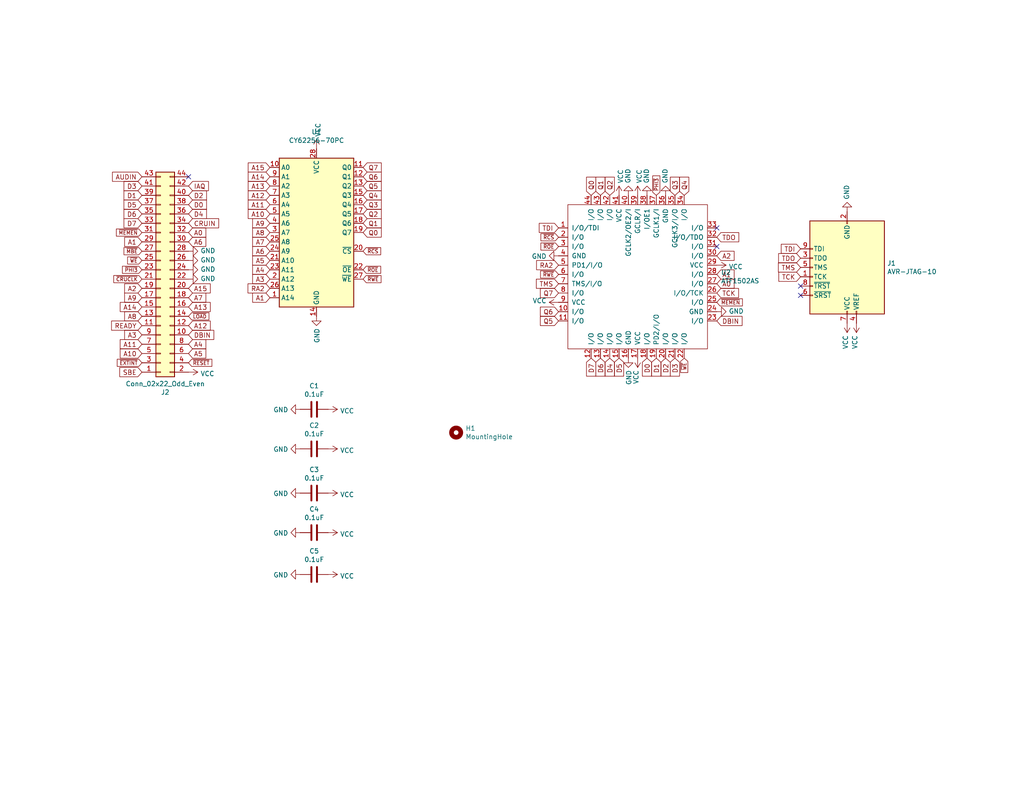
<source format=kicad_sch>
(kicad_sch (version 20211123) (generator eeschema)
  (paper "A")
  (title_block (title "TI-99/4A 32KB Memory Expansion") (date "2023-09-22") (comment 3 "© 2023 BackBit") (comment 4 "Author: Evie Salomon"))
  (lib_symbols
    (symbol "Connector:AVR-JTAG-10" (pin_names (offset 1.016))
      (property "Reference" "J" (at -8.89 13.97 0))
      (property "Value" "AVR-JTAG-10" (at 1.27 13.97 0))
      (symbol "AVR-JTAG-10_0_1"
        (rectangle (start -2.667 12.7) (end -2.413 11.938))
        (rectangle (start -0.127 -11.938) (end 0.127 -12.7))
        (rectangle (start -0.127 12.7) (end 0.127 11.938))
        (rectangle (start 10.16 -4.953) (end 9.398 -5.207))
        (rectangle (start 10.16 -2.413) (end 9.398 -2.667))
        (rectangle (start 10.16 0.127) (end 9.398 -0.127))
        (rectangle (start 10.16 2.667) (end 9.398 2.413))
        (rectangle (start 10.16 5.207) (end 9.398 4.953))
        (rectangle (start 10.16 7.747) (end 9.398 7.493))
        (rectangle (start 10.16 12.7) (end -10.16 -12.7) (stroke (width 0.254)) (fill (type background)))
      )
      (symbol "AVR-JTAG-10_1_1"
        (pin passive line (at 12.7 2.54 180) (length 2.54) (name "TCK") (number "1"))
        (pin passive line (at 0 -15.24 90) (length 2.54) hide (name "GND") (number "10"))
        (pin passive line (at 0 -15.24 90) (length 2.54) (name "GND") (number "2"))
        (pin passive line (at 12.7 -2.54 180) (length 2.54) (name "TDO") (number "3"))
        (pin passive line (at -2.54 15.24 270) (length 2.54) (name "VREF") (number "4"))
        (pin passive line (at 12.7 0 180) (length 2.54) (name "TMS") (number "5"))
        (pin passive line (at 12.7 7.62 180) (length 2.54) (name "~{SRST}") (number "6"))
        (pin passive line (at 0 15.24 270) (length 2.54) (name "VCC") (number "7"))
        (pin passive line (at 12.7 5.08 180) (length 2.54) (name "~{TRST}") (number "8"))
        (pin passive line (at 12.7 -5.08 180) (length 2.54) (name "TDI") (number "9"))
      )
    )
    (symbol "Connector_Generic:Conn_02x22_Odd_Even" (pin_names (offset 1.016) hide)
      (property "Reference" "J" (at 1.27 27.94 0))
      (property "Value" "Conn_02x22_Odd_Even" (at 1.27 -30.48 0))
      (symbol "Conn_02x22_Odd_Even_1_1"
        (rectangle (start -1.27 -27.813) (end 0 -28.067) (stroke (width 0.1524)))
        (rectangle (start -1.27 -25.273) (end 0 -25.527) (stroke (width 0.1524)))
        (rectangle (start -1.27 -22.733) (end 0 -22.987) (stroke (width 0.1524)))
        (rectangle (start -1.27 -20.193) (end 0 -20.447) (stroke (width 0.1524)))
        (rectangle (start -1.27 -17.653) (end 0 -17.907) (stroke (width 0.1524)))
        (rectangle (start -1.27 -15.113) (end 0 -15.367) (stroke (width 0.1524)))
        (rectangle (start -1.27 -12.573) (end 0 -12.827) (stroke (width 0.1524)))
        (rectangle (start -1.27 -10.033) (end 0 -10.287) (stroke (width 0.1524)))
        (rectangle (start -1.27 -7.493) (end 0 -7.747) (stroke (width 0.1524)))
        (rectangle (start -1.27 -4.953) (end 0 -5.207) (stroke (width 0.1524)))
        (rectangle (start -1.27 -2.413) (end 0 -2.667) (stroke (width 0.1524)))
        (rectangle (start -1.27 0.127) (end 0 -0.127) (stroke (width 0.1524)))
        (rectangle (start -1.27 2.667) (end 0 2.413) (stroke (width 0.1524)))
        (rectangle (start -1.27 5.207) (end 0 4.953) (stroke (width 0.1524)))
        (rectangle (start -1.27 7.747) (end 0 7.493) (stroke (width 0.1524)))
        (rectangle (start -1.27 10.287) (end 0 10.033) (stroke (width 0.1524)))
        (rectangle (start -1.27 12.827) (end 0 12.573) (stroke (width 0.1524)))
        (rectangle (start -1.27 15.367) (end 0 15.113) (stroke (width 0.1524)))
        (rectangle (start -1.27 17.907) (end 0 17.653) (stroke (width 0.1524)))
        (rectangle (start -1.27 20.447) (end 0 20.193) (stroke (width 0.1524)))
        (rectangle (start -1.27 22.987) (end 0 22.733) (stroke (width 0.1524)))
        (rectangle (start -1.27 25.527) (end 0 25.273) (stroke (width 0.1524)))
        (rectangle (start -1.27 26.67) (end 3.81 -29.21) (stroke (width 0.254)) (fill (type background)))
        (rectangle (start 3.81 -27.813) (end 2.54 -28.067) (stroke (width 0.1524)))
        (rectangle (start 3.81 -25.273) (end 2.54 -25.527) (stroke (width 0.1524)))
        (rectangle (start 3.81 -22.733) (end 2.54 -22.987) (stroke (width 0.1524)))
        (rectangle (start 3.81 -20.193) (end 2.54 -20.447) (stroke (width 0.1524)))
        (rectangle (start 3.81 -17.653) (end 2.54 -17.907) (stroke (width 0.1524)))
        (rectangle (start 3.81 -15.113) (end 2.54 -15.367) (stroke (width 0.1524)))
        (rectangle (start 3.81 -12.573) (end 2.54 -12.827) (stroke (width 0.1524)))
        (rectangle (start 3.81 -10.033) (end 2.54 -10.287) (stroke (width 0.1524)))
        (rectangle (start 3.81 -7.493) (end 2.54 -7.747) (stroke (width 0.1524)))
        (rectangle (start 3.81 -4.953) (end 2.54 -5.207) (stroke (width 0.1524)))
        (rectangle (start 3.81 -2.413) (end 2.54 -2.667) (stroke (width 0.1524)))
        (rectangle (start 3.81 0.127) (end 2.54 -0.127) (stroke (width 0.1524)))
        (rectangle (start 3.81 2.667) (end 2.54 2.413) (stroke (width 0.1524)))
        (rectangle (start 3.81 5.207) (end 2.54 4.953) (stroke (width 0.1524)))
        (rectangle (start 3.81 7.747) (end 2.54 7.493) (stroke (width 0.1524)))
        (rectangle (start 3.81 10.287) (end 2.54 10.033) (stroke (width 0.1524)))
        (rectangle (start 3.81 12.827) (end 2.54 12.573) (stroke (width 0.1524)))
        (rectangle (start 3.81 15.367) (end 2.54 15.113) (stroke (width 0.1524)))
        (rectangle (start 3.81 17.907) (end 2.54 17.653) (stroke (width 0.1524)))
        (rectangle (start 3.81 20.447) (end 2.54 20.193) (stroke (width 0.1524)))
        (rectangle (start 3.81 22.987) (end 2.54 22.733) (stroke (width 0.1524)))
        (rectangle (start 3.81 25.527) (end 2.54 25.273) (stroke (width 0.1524)))
        (pin passive line (at -5.08 25.4 0) (length 3.81) (name "Pin_1") (number "1"))
        (pin passive line (at 7.62 15.24 180) (length 3.81) (name "Pin_10") (number "10"))
        (pin passive line (at -5.08 12.7 0) (length 3.81) (name "Pin_11") (number "11"))
        (pin passive line (at 7.62 12.7 180) (length 3.81) (name "Pin_12") (number "12"))
        (pin passive line (at -5.08 10.16 0) (length 3.81) (name "Pin_13") (number "13"))
        (pin passive line (at 7.62 10.16 180) (length 3.81) (name "Pin_14") (number "14"))
        (pin passive line (at -5.08 7.62 0) (length 3.81) (name "Pin_15") (number "15"))
        (pin passive line (at 7.62 7.62 180) (length 3.81) (name "Pin_16") (number "16"))
        (pin passive line (at -5.08 5.08 0) (length 3.81) (name "Pin_17") (number "17"))
        (pin passive line (at 7.62 5.08 180) (length 3.81) (name "Pin_18") (number "18"))
        (pin passive line (at -5.08 2.54 0) (length 3.81) (name "Pin_19") (number "19"))
        (pin passive line (at 7.62 25.4 180) (length 3.81) (name "Pin_2") (number "2"))
        (pin passive line (at 7.62 2.54 180) (length 3.81) (name "Pin_20") (number "20"))
        (pin passive line (at -5.08 0 0) (length 3.81) (name "Pin_21") (number "21"))
        (pin passive line (at 7.62 0 180) (length 3.81) (name "Pin_22") (number "22"))
        (pin passive line (at -5.08 -2.54 0) (length 3.81) (name "Pin_23") (number "23"))
        (pin passive line (at 7.62 -2.54 180) (length 3.81) (name "Pin_24") (number "24"))
        (pin passive line (at -5.08 -5.08 0) (length 3.81) (name "Pin_25") (number "25"))
        (pin passive line (at 7.62 -5.08 180) (length 3.81) (name "Pin_26") (number "26"))
        (pin passive line (at -5.08 -7.62 0) (length 3.81) (name "Pin_27") (number "27"))
        (pin passive line (at 7.62 -7.62 180) (length 3.81) (name "Pin_28") (number "28"))
        (pin passive line (at -5.08 -10.16 0) (length 3.81) (name "Pin_29") (number "29"))
        (pin passive line (at -5.08 22.86 0) (length 3.81) (name "Pin_3") (number "3"))
        (pin passive line (at 7.62 -10.16 180) (length 3.81) (name "Pin_30") (number "30"))
        (pin passive line (at -5.08 -12.7 0) (length 3.81) (name "Pin_31") (number "31"))
        (pin passive line (at 7.62 -12.7 180) (length 3.81) (name "Pin_32") (number "32"))
        (pin passive line (at -5.08 -15.24 0) (length 3.81) (name "Pin_33") (number "33"))
        (pin passive line (at 7.62 -15.24 180) (length 3.81) (name "Pin_34") (number "34"))
        (pin passive line (at -5.08 -17.78 0) (length 3.81) (name "Pin_35") (number "35"))
        (pin passive line (at 7.62 -17.78 180) (length 3.81) (name "Pin_36") (number "36"))
        (pin passive line (at -5.08 -20.32 0) (length 3.81) (name "Pin_37") (number "37"))
        (pin passive line (at 7.62 -20.32 180) (length 3.81) (name "Pin_38") (number "38"))
        (pin passive line (at -5.08 -22.86 0) (length 3.81) (name "Pin_39") (number "39"))
        (pin passive line (at 7.62 22.86 180) (length 3.81) (name "Pin_4") (number "4"))
        (pin passive line (at 7.62 -22.86 180) (length 3.81) (name "Pin_40") (number "40"))
        (pin passive line (at -5.08 -25.4 0) (length 3.81) (name "Pin_41") (number "41"))
        (pin passive line (at 7.62 -25.4 180) (length 3.81) (name "Pin_42") (number "42"))
        (pin passive line (at -5.08 -27.94 0) (length 3.81) (name "Pin_43") (number "43"))
        (pin passive line (at 7.62 -27.94 180) (length 3.81) (name "Pin_44") (number "44"))
        (pin passive line (at -5.08 20.32 0) (length 3.81) (name "Pin_5") (number "5"))
        (pin passive line (at 7.62 20.32 180) (length 3.81) (name "Pin_6") (number "6"))
        (pin passive line (at -5.08 17.78 0) (length 3.81) (name "Pin_7") (number "7"))
        (pin passive line (at 7.62 17.78 180) (length 3.81) (name "Pin_8") (number "8"))
        (pin passive line (at -5.08 15.24 0) (length 3.81) (name "Pin_9") (number "9"))
      )
    )
    (symbol "Device:C" (pin_numbers hide) (pin_names (offset 0.254))
      (property "Reference" "C" (at 0.635 2.54 0))
      (property "Value" "C" (at 0.635 -2.54 0))
      (symbol "C_0_1"
        (polyline (pts (xy -2.032 -0.762) (xy 2.032 -0.762)) (stroke (width 0.508)))
        (polyline (pts (xy -2.032 0.762) (xy 2.032 0.762)) (stroke (width 0.508)))
      )
      (symbol "C_1_1"
        (pin passive line (at 0 3.81 270) (length 2.794) (name "~") (number "1"))
        (pin passive line (at 0 -3.81 90) (length 2.794) (name "~") (number "2"))
      )
    )
    (symbol "Mechanical:MountingHole" (pin_names (offset 1.016))
      (property "Reference" "H" (at 0 5.08 0))
      (property "Value" "MountingHole" (at 0 3.175 0))
      (symbol "MountingHole_0_1"
        (circle (center 0 0) (radius 1.27) (stroke (width 1.27)))
      )
    )
    (symbol "Memory_RAM:CY62256-70PC"
      (property "Reference" "U" (at -10.16 20.955 0))
      (property "Value" "CY62256-70PC" (at 2.54 20.955 0))
      (symbol "CY62256-70PC_0_0"
        (pin power_in line (at 0 -22.86 90) (length 2.54) (name "GND") (number "14"))
        (pin power_in line (at 0 22.86 270) (length 2.54) (name "VCC") (number "28"))
      )
      (symbol "CY62256-70PC_0_1"
        (rectangle (start -10.16 20.32) (end 10.16 -20.32) (stroke (width 0.254)) (fill (type background)))
      )
      (symbol "CY62256-70PC_1_1"
        (pin input line (at -12.7 -17.78 0) (length 2.54) (name "A14") (number "1"))
        (pin input line (at -12.7 17.78 0) (length 2.54) (name "A0") (number "10"))
        (pin tri_state line (at 12.7 17.78 180) (length 2.54) (name "Q0") (number "11"))
        (pin tri_state line (at 12.7 15.24 180) (length 2.54) (name "Q1") (number "12"))
        (pin tri_state line (at 12.7 12.7 180) (length 2.54) (name "Q2") (number "13"))
        (pin tri_state line (at 12.7 10.16 180) (length 2.54) (name "Q3") (number "15"))
        (pin tri_state line (at 12.7 7.62 180) (length 2.54) (name "Q4") (number "16"))
        (pin tri_state line (at 12.7 5.08 180) (length 2.54) (name "Q5") (number "17"))
        (pin tri_state line (at 12.7 2.54 180) (length 2.54) (name "Q6") (number "18"))
        (pin tri_state line (at 12.7 0 180) (length 2.54) (name "Q7") (number "19"))
        (pin input line (at -12.7 -12.7 0) (length 2.54) (name "A12") (number "2"))
        (pin input line (at 12.7 -5.08 180) (length 2.54) (name "~{CS}") (number "20"))
        (pin input line (at -12.7 -7.62 0) (length 2.54) (name "A10") (number "21"))
        (pin input line (at 12.7 -10.16 180) (length 2.54) (name "~{OE}") (number "22"))
        (pin input line (at -12.7 -10.16 0) (length 2.54) (name "A11") (number "23"))
        (pin input line (at -12.7 -5.08 0) (length 2.54) (name "A9") (number "24"))
        (pin input line (at -12.7 -2.54 0) (length 2.54) (name "A8") (number "25"))
        (pin input line (at -12.7 -15.24 0) (length 2.54) (name "A13") (number "26"))
        (pin input line (at 12.7 -12.7 180) (length 2.54) (name "~{WE}") (number "27"))
        (pin input line (at -12.7 0 0) (length 2.54) (name "A7") (number "3"))
        (pin input line (at -12.7 2.54 0) (length 2.54) (name "A6") (number "4"))
        (pin input line (at -12.7 5.08 0) (length 2.54) (name "A5") (number "5"))
        (pin input line (at -12.7 7.62 0) (length 2.54) (name "A4") (number "6"))
        (pin input line (at -12.7 10.16 0) (length 2.54) (name "A3") (number "7"))
        (pin input line (at -12.7 12.7 0) (length 2.54) (name "A2") (number "8"))
        (pin input line (at -12.7 15.24 0) (length 2.54) (name "A1") (number "9"))
      )
    )
    (symbol "power:GND" (power) (pin_names (offset 0))
      (property "Value" "GND" (at 0 -3.81 0))
      (symbol "GND_0_1"
        (polyline (pts (xy 0 0) (xy 0 -1.27) (xy 1.27 -1.27) (xy 0 -2.54) (xy -1.27 -1.27) (xy 0 -1.27)))
      )
      (symbol "GND_1_1"
        (pin power_in line (at 0 0 270) (length 0) hide (name "GND") (number "1"))
      )
    )
    (symbol "power:VCC" (power) (pin_names (offset 0))
      (property "Value" "VCC" (at 0 3.81 0))
      (symbol "VCC_0_1"
        (polyline (pts (xy -0.762 1.27) (xy 0 2.54)))
        (polyline (pts (xy 0 0) (xy 0 2.54)))
        (polyline (pts (xy 0 2.54) (xy 0.762 1.27)))
      )
      (symbol "VCC_1_1"
        (pin power_in line (at 0 0 90) (length 0) hide (name "VCC") (number "1"))
      )
    )
    (symbol "symbols:ATF1502AS" (pin_names (offset 1.016))
      (property "Reference" "U" (at 19.05 17.78 0))
      (property "Value" "ATF1502AS" (at 19.05 15.24 0))
      (symbol "ATF1502AS_0_1"
        (rectangle (start 0 0) (end 38.1 -39.37))
      )
      (symbol "ATF1502AS_1_1"
        (pin bidirectional line (at -2.54 -6.35 0) (length 2.54) (name "I/O/TDI") (number "1"))
        (pin bidirectional line (at -2.54 -29.21 0) (length 2.54) (name "I/O") (number "10"))
        (pin bidirectional line (at -2.54 -31.75 0) (length 2.54) (name "I/O") (number "11"))
        (pin bidirectional line (at 6.35 -41.91 90) (length 2.54) (name "I/O") (number "12"))
        (pin bidirectional line (at 8.89 -41.91 90) (length 2.54) (name "I/O") (number "13"))
        (pin bidirectional line (at 11.43 -41.91 90) (length 2.54) (name "I/O") (number "14"))
        (pin bidirectional line (at 13.97 -41.91 90) (length 2.54) (name "I/O") (number "15"))
        (pin passive line (at 16.51 -41.91 90) (length 2.54) (name "GND") (number "16"))
        (pin passive line (at 19.05 -41.91 90) (length 2.54) (name "VCC") (number "17"))
        (pin bidirectional line (at 21.59 -41.91 90) (length 2.54) (name "I/O") (number "18"))
        (pin bidirectional line (at 24.13 -41.91 90) (length 2.54) (name "PD2/I/O") (number "19"))
        (pin bidirectional line (at -2.54 -8.89 0) (length 2.54) (name "I/O") (number "2"))
        (pin bidirectional line (at 26.67 -41.91 90) (length 2.54) (name "I/O") (number "20"))
        (pin bidirectional line (at 29.21 -41.91 90) (length 2.54) (name "I/O") (number "21"))
        (pin bidirectional line (at 31.75 -41.91 90) (length 2.54) (name "I/O") (number "22"))
        (pin bidirectional line (at 40.64 -31.75 180) (length 2.54) (name "I/O") (number "23"))
        (pin passive line (at 40.64 -29.21 180) (length 2.54) (name "GND") (number "24"))
        (pin bidirectional line (at 40.64 -26.67 180) (length 2.54) (name "I/O") (number "25"))
        (pin bidirectional line (at 40.64 -24.13 180) (length 2.54) (name "I/O/TCK") (number "26"))
        (pin bidirectional line (at 40.64 -21.59 180) (length 2.54) (name "I/O") (number "27"))
        (pin bidirectional line (at 40.64 -19.05 180) (length 2.54) (name "I/O") (number "28"))
        (pin passive line (at 40.64 -16.51 180) (length 2.54) (name "VCC") (number "29"))
        (pin bidirectional line (at -2.54 -11.43 0) (length 2.54) (name "I/O") (number "3"))
        (pin bidirectional line (at 40.64 -13.97 180) (length 2.54) (name "I/O") (number "30"))
        (pin bidirectional line (at 40.64 -11.43 180) (length 2.54) (name "I/O") (number "31"))
        (pin bidirectional line (at 40.64 -8.89 180) (length 2.54) (name "I/O/TDO") (number "32"))
        (pin bidirectional line (at 40.64 -6.35 180) (length 2.54) (name "I/O") (number "33"))
        (pin bidirectional line (at 31.75 2.54 270) (length 2.54) (name "I/O") (number "34"))
        (pin bidirectional line (at 29.21 2.54 270) (length 2.54) (name "GCLK3/I/O") (number "35"))
        (pin passive line (at 26.67 2.54 270) (length 2.54) (name "GND") (number "36"))
        (pin input line (at 24.13 2.54 270) (length 2.54) (name "GCLK1/I") (number "37"))
        (pin input line (at 21.59 2.54 270) (length 2.54) (name "I/OE1") (number "38"))
        (pin input line (at 19.05 2.54 270) (length 2.54) (name "GCLR/I") (number "39"))
        (pin passive line (at -2.54 -13.97 0) (length 2.54) (name "GND") (number "4"))
        (pin input line (at 16.51 2.54 270) (length 2.54) (name "GCLK2/OE2/I") (number "40"))
        (pin passive line (at 13.97 2.54 270) (length 2.54) (name "VCC") (number "41"))
        (pin bidirectional line (at 11.43 2.54 270) (length 2.54) (name "I/O") (number "42"))
        (pin bidirectional line (at 8.89 2.54 270) (length 2.54) (name "I/O") (number "43"))
        (pin bidirectional line (at 6.35 2.54 270) (length 2.54) (name "I/O") (number "44"))
        (pin bidirectional line (at -2.54 -16.51 0) (length 2.54) (name "PD1/I/O") (number "5"))
        (pin bidirectional line (at -2.54 -19.05 0) (length 2.54) (name "I/O") (number "6"))
        (pin bidirectional line (at -2.54 -21.59 0) (length 2.54) (name "TMS/I/O") (number "7"))
        (pin bidirectional line (at -2.54 -24.13 0) (length 2.54) (name "I/O") (number "8"))
        (pin passive line (at -2.54 -26.67 0) (length 2.54) (name "VCC") (number "9"))
      )
    )
  )
  (no_connect (at 195.58 62.23))
  (no_connect (at 195.58 67.31))
  (no_connect (at 218.44 78.105))
  (no_connect (at 51.435 48.26))
  (no_connect (at 218.44 80.645))
  (global_label "TMS" (shape input) (at 218.44 73.025 180) (property "Intersheet References" "${INTERSHEET_REFS}" (effects hide)))
  (global_label "D3" (shape input) (at 38.735 50.8 180) (property "Intersheet References" "${INTERSHEET_REFS}" (effects hide)))
  (global_label "TCK" (shape input) (at 195.58 80.01 0) (property "Intersheet References" "${INTERSHEET_REFS}" (effects hide)))
  (global_label "D7" (shape input) (at 161.29 97.79 270) (property "Intersheet References" "${INTERSHEET_REFS}" (effects hide)))
  (global_label "TDI" (shape input) (at 218.44 67.945 180) (property "Intersheet References" "${INTERSHEET_REFS}" (effects hide)))
  (global_label "Q4" (shape input) (at 186.69 53.34 90) (property "Intersheet References" "${INTERSHEET_REFS}" (effects hide)))
  (global_label "D2" (shape input) (at 51.435 53.34 0) (property "Intersheet References" "${INTERSHEET_REFS}" (effects hide)))
  (global_label "A7" (shape input) (at 51.435 81.28 0) (property "Intersheet References" "${INTERSHEET_REFS}" (effects hide)))
  (global_label "A3" (shape input) (at 38.735 91.44 180) (property "Intersheet References" "${INTERSHEET_REFS}" (effects hide)))
  (global_label "~{RWE}" (shape input) (at 99.06 76.2 0) (effects (font (size 0.9906 0.9906))) (property "Intersheet References" "${INTERSHEET_REFS}" (effects hide)))
  (global_label "DBIN" (shape input) (at 51.435 91.44 0) (property "Intersheet References" "${INTERSHEET_REFS}" (effects hide)))
  (global_label "~{PHI3}" (shape input) (at 38.735 73.66 180) (effects (font (size 0.9906 0.9906))) (property "Intersheet References" "${INTERSHEET_REFS}" (effects hide)))
  (global_label "~{ROE}" (shape input) (at 152.4 67.31 180) (effects (font (size 0.9906 0.9906))) (property "Intersheet References" "${INTERSHEET_REFS}" (effects hide)))
  (global_label "D0" (shape input) (at 51.435 55.88 0) (property "Intersheet References" "${INTERSHEET_REFS}" (effects hide)))
  (global_label "~{MEMEN}" (shape input) (at 38.735 63.5 180) (effects (font (size 0.9906 0.9906))) (property "Intersheet References" "${INTERSHEET_REFS}" (effects hide)))
  (global_label "~{WE}" (shape input) (at 186.69 97.79 270) (effects (font (size 0.9906 0.9906))) (property "Intersheet References" "${INTERSHEET_REFS}" (effects hide)))
  (global_label "Q0" (shape input) (at 99.06 63.5 0) (property "Intersheet References" "${INTERSHEET_REFS}" (effects hide)))
  (global_label "CRUIN" (shape input) (at 51.435 60.96 0) (property "Intersheet References" "${INTERSHEET_REFS}" (effects hide)))
  (global_label "A15" (shape input) (at 51.435 78.74 0) (property "Intersheet References" "${INTERSHEET_REFS}" (effects hide)))
  (global_label "D3" (shape input) (at 184.15 97.79 270) (property "Intersheet References" "${INTERSHEET_REFS}" (effects hide)))
  (global_label "Q7" (shape input) (at 152.4 80.01 180) (property "Intersheet References" "${INTERSHEET_REFS}" (effects hide)))
  (global_label "RA2" (shape input) (at 73.66 78.74 180) (property "Intersheet References" "${INTERSHEET_REFS}" (effects hide)))
  (global_label "TCK" (shape input) (at 218.44 75.565 180) (property "Intersheet References" "${INTERSHEET_REFS}" (effects hide)))
  (global_label "D0" (shape input) (at 176.53 97.79 270) (property "Intersheet References" "${INTERSHEET_REFS}" (effects hide)))
  (global_label "~{MEMEN}" (shape input) (at 195.58 82.55 0) (effects (font (size 0.9906 0.9906))) (property "Intersheet References" "${INTERSHEET_REFS}" (effects hide)))
  (global_label "Q2" (shape input) (at 99.06 58.42 0) (property "Intersheet References" "${INTERSHEET_REFS}" (effects hide)))
  (global_label "A8" (shape input) (at 38.735 86.36 180) (property "Intersheet References" "${INTERSHEET_REFS}" (effects hide)))
  (global_label "Q5" (shape input) (at 99.06 50.8 0) (property "Intersheet References" "${INTERSHEET_REFS}" (effects hide)))
  (global_label "A5" (shape input) (at 51.435 96.52 0) (property "Intersheet References" "${INTERSHEET_REFS}" (effects hide)))
  (global_label "~{RESET}" (shape input) (at 51.435 99.06 0) (effects (font (size 0.9906 0.9906))) (property "Intersheet References" "${INTERSHEET_REFS}" (effects hide)))
  (global_label "A11" (shape input) (at 73.66 55.88 180) (property "Intersheet References" "${INTERSHEET_REFS}" (effects hide)))
  (global_label "D6" (shape input) (at 38.735 58.42 180) (property "Intersheet References" "${INTERSHEET_REFS}" (effects hide)))
  (global_label "A12" (shape input) (at 51.435 88.9 0) (property "Intersheet References" "${INTERSHEET_REFS}" (effects hide)))
  (global_label "D2" (shape input) (at 181.61 97.79 270) (property "Intersheet References" "${INTERSHEET_REFS}" (effects hide)))
  (global_label "Q2" (shape input) (at 166.37 53.34 90) (property "Intersheet References" "${INTERSHEET_REFS}" (effects hide)))
  (global_label "Q6" (shape input) (at 99.06 48.26 0) (property "Intersheet References" "${INTERSHEET_REFS}" (effects hide)))
  (global_label "A4" (shape input) (at 73.66 73.66 180) (property "Intersheet References" "${INTERSHEET_REFS}" (effects hide)))
  (global_label "A10" (shape input) (at 73.66 58.42 180) (property "Intersheet References" "${INTERSHEET_REFS}" (effects hide)))
  (global_label "TDI" (shape input) (at 152.4 62.23 180) (property "Intersheet References" "${INTERSHEET_REFS}" (effects hide)))
  (global_label "A1" (shape input) (at 73.66 81.28 180) (property "Intersheet References" "${INTERSHEET_REFS}" (effects hide)))
  (global_label "A2" (shape input) (at 195.58 69.85 0) (property "Intersheet References" "${INTERSHEET_REFS}" (effects hide)))
  (global_label "A13" (shape input) (at 73.66 50.8 180) (property "Intersheet References" "${INTERSHEET_REFS}" (effects hide)))
  (global_label "A5" (shape input) (at 73.66 71.12 180) (property "Intersheet References" "${INTERSHEET_REFS}" (effects hide)))
  (global_label "D7" (shape input) (at 38.735 60.96 180) (property "Intersheet References" "${INTERSHEET_REFS}" (effects hide)))
  (global_label "A15" (shape input) (at 73.66 45.72 180) (property "Intersheet References" "${INTERSHEET_REFS}" (effects hide)))
  (global_label "D5" (shape input) (at 38.735 55.88 180) (property "Intersheet References" "${INTERSHEET_REFS}" (effects hide)))
  (global_label "Q1" (shape input) (at 163.83 53.34 90) (property "Intersheet References" "${INTERSHEET_REFS}" (effects hide)))
  (global_label "D1" (shape input) (at 179.07 97.79 270) (property "Intersheet References" "${INTERSHEET_REFS}" (effects hide)))
  (global_label "A10" (shape input) (at 38.735 96.52 180) (property "Intersheet References" "${INTERSHEET_REFS}" (effects hide)))
  (global_label "Q4" (shape input) (at 99.06 53.34 0) (property "Intersheet References" "${INTERSHEET_REFS}" (effects hide)))
  (global_label "A6" (shape input) (at 51.435 66.04 0) (property "Intersheet References" "${INTERSHEET_REFS}" (effects hide)))
  (global_label "A2" (shape input) (at 38.735 78.74 180) (property "Intersheet References" "${INTERSHEET_REFS}" (effects hide)))
  (global_label "A9" (shape input) (at 38.735 81.28 180) (property "Intersheet References" "${INTERSHEET_REFS}" (effects hide)))
  (global_label "A0" (shape input) (at 195.58 77.47 0) (property "Intersheet References" "${INTERSHEET_REFS}" (effects hide)))
  (global_label "A9" (shape input) (at 73.66 60.96 180) (property "Intersheet References" "${INTERSHEET_REFS}" (effects hide)))
  (global_label "~{CRUCLK}" (shape input) (at 38.735 76.2 180) (effects (font (size 0.9906 0.9906))) (property "Intersheet References" "${INTERSHEET_REFS}" (effects hide)))
  (global_label "~{MBE}" (shape input) (at 38.735 68.58 180) (effects (font (size 0.9906 0.9906))) (property "Intersheet References" "${INTERSHEET_REFS}" (effects hide)))
  (global_label "A14" (shape input) (at 38.735 83.82 180) (property "Intersheet References" "${INTERSHEET_REFS}" (effects hide)))
  (global_label "A3" (shape input) (at 73.66 76.2 180) (property "Intersheet References" "${INTERSHEET_REFS}" (effects hide)))
  (global_label "~{RCS}" (shape input) (at 152.4 64.77 180) (effects (font (size 0.9906 0.9906))) (property "Intersheet References" "${INTERSHEET_REFS}" (effects hide)))
  (global_label "TDO" (shape input) (at 195.58 64.77 0) (property "Intersheet References" "${INTERSHEET_REFS}" (effects hide)))
  (global_label "A0" (shape input) (at 51.435 63.5 0) (property "Intersheet References" "${INTERSHEET_REFS}" (effects hide)))
  (global_label "TDO" (shape input) (at 218.44 70.485 180) (property "Intersheet References" "${INTERSHEET_REFS}" (effects hide)))
  (global_label "~{EXTINT}" (shape input) (at 38.735 99.06 180) (effects (font (size 0.9906 0.9906))) (property "Intersheet References" "${INTERSHEET_REFS}" (effects hide)))
  (global_label "~{RCS}" (shape input) (at 99.06 68.58 0) (effects (font (size 0.9906 0.9906))) (property "Intersheet References" "${INTERSHEET_REFS}" (effects hide)))
  (global_label "D4" (shape input) (at 51.435 58.42 0) (property "Intersheet References" "${INTERSHEET_REFS}" (effects hide)))
  (global_label "READY" (shape input) (at 38.735 88.9 180) (property "Intersheet References" "${INTERSHEET_REFS}" (effects hide)))
  (global_label "Q1" (shape input) (at 99.06 60.96 0) (property "Intersheet References" "${INTERSHEET_REFS}" (effects hide)))
  (global_label "Q3" (shape input) (at 99.06 55.88 0) (property "Intersheet References" "${INTERSHEET_REFS}" (effects hide)))
  (global_label "IAQ" (shape input) (at 51.435 50.8 0) (property "Intersheet References" "${INTERSHEET_REFS}" (effects hide)))
  (global_label "A11" (shape input) (at 38.735 93.98 180) (property "Intersheet References" "${INTERSHEET_REFS}" (effects hide)))
  (global_label "A1" (shape input) (at 195.58 74.93 0) (property "Intersheet References" "${INTERSHEET_REFS}" (effects hide)))
  (global_label "A13" (shape input) (at 51.435 83.82 0) (property "Intersheet References" "${INTERSHEET_REFS}" (effects hide)))
  (global_label "~{RWE}" (shape input) (at 152.4 74.93 180) (effects (font (size 0.9906 0.9906))) (property "Intersheet References" "${INTERSHEET_REFS}" (effects hide)))
  (global_label "Q0" (shape input) (at 161.29 53.34 90) (property "Intersheet References" "${INTERSHEET_REFS}" (effects hide)))
  (global_label "A14" (shape input) (at 73.66 48.26 180) (property "Intersheet References" "${INTERSHEET_REFS}" (effects hide)))
  (global_label "A12" (shape input) (at 73.66 53.34 180) (property "Intersheet References" "${INTERSHEET_REFS}" (effects hide)))
  (global_label "RA2" (shape input) (at 152.4 72.39 180) (property "Intersheet References" "${INTERSHEET_REFS}" (effects hide)))
  (global_label "SBE" (shape input) (at 38.735 101.6 180) (property "Intersheet References" "${INTERSHEET_REFS}" (effects hide)))
  (global_label "A6" (shape input) (at 73.66 68.58 180) (property "Intersheet References" "${INTERSHEET_REFS}" (effects hide)))
  (global_label "Q6" (shape input) (at 152.4 85.09 180) (property "Intersheet References" "${INTERSHEET_REFS}" (effects hide)))
  (global_label "~{ROE}" (shape input) (at 99.06 73.66 0) (effects (font (size 0.9906 0.9906))) (property "Intersheet References" "${INTERSHEET_REFS}" (effects hide)))
  (global_label "Q3" (shape input) (at 184.15 53.34 90) (property "Intersheet References" "${INTERSHEET_REFS}" (effects hide)))
  (global_label "D5" (shape input) (at 168.91 97.79 270) (property "Intersheet References" "${INTERSHEET_REFS}" (effects hide)))
  (global_label "DBIN" (shape input) (at 195.58 87.63 0) (property "Intersheet References" "${INTERSHEET_REFS}" (effects hide)))
  (global_label "D6" (shape input) (at 163.83 97.79 270) (property "Intersheet References" "${INTERSHEET_REFS}" (effects hide)))
  (global_label "A4" (shape input) (at 51.435 93.98 0) (property "Intersheet References" "${INTERSHEET_REFS}" (effects hide)))
  (global_label "Q5" (shape input) (at 152.4 87.63 180) (property "Intersheet References" "${INTERSHEET_REFS}" (effects hide)))
  (global_label "A1" (shape input) (at 38.735 66.04 180) (property "Intersheet References" "${INTERSHEET_REFS}" (effects hide)))
  (global_label "AUDIN" (shape input) (at 38.735 48.26 180) (property "Intersheet References" "${INTERSHEET_REFS}" (effects hide)))
  (global_label "A7" (shape input) (at 73.66 66.04 180) (property "Intersheet References" "${INTERSHEET_REFS}" (effects hide)))
  (global_label "D1" (shape input) (at 38.735 53.34 180) (property "Intersheet References" "${INTERSHEET_REFS}" (effects hide)))
  (global_label "D4" (shape input) (at 166.37 97.79 270) (property "Intersheet References" "${INTERSHEET_REFS}" (effects hide)))
  (global_label "Q7" (shape input) (at 99.06 45.72 0) (property "Intersheet References" "${INTERSHEET_REFS}" (effects hide)))
  (global_label "A8" (shape input) (at 73.66 63.5 180) (property "Intersheet References" "${INTERSHEET_REFS}" (effects hide)))
  (global_label "~{PHI3}" (shape input) (at 179.07 53.34 90) (effects (font (size 0.9906 0.9906))) (property "Intersheet References" "${INTERSHEET_REFS}" (effects hide)))
  (global_label "TMS" (shape input) (at 152.4 77.47 180) (property "Intersheet References" "${INTERSHEET_REFS}" (effects hide)))
  (global_label "~{LOAD}" (shape input) (at 51.435 86.36 0) (effects (font (size 0.9906 0.9906))) (property "Intersheet References" "${INTERSHEET_REFS}" (effects hide)))
  (global_label "~{WE}" (shape input) (at 38.735 71.12 180) (effects (font (size 0.9906 0.9906))) (property "Intersheet References" "${INTERSHEET_REFS}" (effects hide)))
  (symbol (lib_id "power:VCC") (at 51.435 101.6 270) (unit 1)
    (property "Reference" "#PWR0105" (effects hide))
    (property "Value" "VCC" (at 54.6862 102.0318 90) (effects (justify left)))
  )
  (symbol (lib_id "Connector_Generic:Conn_02x22_Odd_Even") (at 43.815 76.2 0) (mirror x) (unit 1)
    (property "Reference" "J2" (at 45.085 107.1118 0))
    (property "Value" "Conn_02x22_Odd_Even" (at 45.085 104.8004 0))
    (property "Footprint" "Connector_PinSocket_2.54mm:PinSocket_2x22_P2.54mm_Vertical" (effects hide))
  )
  (symbol (lib_id "power:GND") (at 51.435 68.58 90) (unit 1)
    (property "Reference" "#PWR0103" (effects hide))
    (property "Value" "GND" (at 54.6862 68.453 90) (effects (justify right)))
  )
  (symbol (lib_id "power:GND") (at 51.435 71.12 90) (unit 1)
    (property "Reference" "#PWR0104" (effects hide))
    (property "Value" "GND" (at 54.6862 70.993 90) (effects (justify right)))
  )
  (symbol (lib_id "power:GND") (at 51.435 73.66 90) (unit 1)
    (property "Reference" "#PWR0106" (effects hide))
    (property "Value" "GND" (at 54.6862 73.533 90) (effects (justify right)))
  )
  (symbol (lib_id "power:GND") (at 51.435 76.2 90) (unit 1)
    (property "Reference" "#PWR0107" (effects hide))
    (property "Value" "GND" (at 54.6862 76.073 90) (effects (justify right)))
  )
  (symbol (lib_id "symbols:ATF1502AS") (at 154.94 55.88 0) (unit 1)
    (property "Reference" "U2" (at 196.6976 74.3966 0) (effects (justify left)))
    (property "Value" "ATF1502AS" (at 196.6976 76.708 0) (effects (justify left)))
    (property "Footprint" "Symbols:TQFP-44_10x10mm_P0.8mm" (effects hide))
  )
  (symbol (lib_id "Connector:AVR-JTAG-10") (at 231.14 73.025 180) (unit 1)
    (property "Reference" "J1" (at 242.062 71.8566 0) (effects (justify right)))
    (property "Value" "AVR-JTAG-10" (at 242.062 74.168 0) (effects (justify right)))
    (property "Footprint" "Connector_PinHeader_2.54mm:PinHeader_2x05_P2.54mm_Vertical" (effects hide))
    (property "Datasheet" " ~" (effects hide))
  )
  (symbol (lib_id "power:GND") (at 231.14 57.785 180) (unit 1)
    (property "Reference" "#PWR0108" (effects hide))
    (property "Value" "GND" (at 231.013 54.5338 90) (effects (justify right)))
  )
  (symbol (lib_id "power:VCC") (at 233.68 88.265 180) (unit 1)
    (property "Reference" "#PWR0109" (effects hide))
    (property "Value" "VCC" (at 233.2482 91.5162 90) (effects (justify left)))
  )
  (symbol (lib_id "power:VCC") (at 195.58 72.39 270) (unit 1)
    (property "Reference" "#PWR0110" (effects hide))
    (property "Value" "VCC" (at 198.8312 72.8218 90) (effects (justify left)))
  )
  (symbol (lib_id "power:VCC") (at 173.99 97.79 180) (unit 1)
    (property "Reference" "#PWR0111" (effects hide))
    (property "Value" "VCC" (at 173.5582 101.0412 90) (effects (justify left)))
  )
  (symbol (lib_id "Memory_RAM:CY62256-70PC") (at 86.36 63.5 0) (unit 1)
    (property "Reference" "U1" (at 86.36 36.0426 0))
    (property "Value" "CY62256-70PC" (at 86.36 38.354 0))
    (property "Footprint" "Package_SO:TSOP-I-28_11.8x8mm_P0.55mm" (effects hide))
    (property "Datasheet" "https://ecee.colorado.edu/~mcclurel/Cypress_SRAM_CY62256.pdf" (effects hide))
  )
  (symbol (lib_id "power:VCC") (at 152.4 82.55 90) (unit 1)
    (property "Reference" "#PWR0112" (effects hide))
    (property "Value" "VCC" (at 149.1488 82.1182 90) (effects (justify left)))
  )
  (symbol (lib_id "power:VCC") (at 168.91 53.34 0) (unit 1)
    (property "Reference" "#PWR0113" (effects hide))
    (property "Value" "VCC" (at 169.3418 50.0888 90) (effects (justify left)))
  )
  (symbol (lib_id "power:GND") (at 86.36 86.36 0) (unit 1)
    (property "Reference" "#PWR0101" (effects hide))
    (property "Value" "GND" (at 86.487 89.6112 90) (effects (justify right)))
  )
  (symbol (lib_id "power:GND") (at 152.4 69.85 270) (unit 1)
    (property "Reference" "#PWR0114" (effects hide))
    (property "Value" "GND" (at 149.1488 69.977 90) (effects (justify right)))
  )
  (symbol (lib_id "power:GND") (at 171.45 97.79 0) (unit 1)
    (property "Reference" "#PWR0115" (effects hide))
    (property "Value" "GND" (at 171.577 101.0412 90) (effects (justify right)))
  )
  (symbol (lib_id "power:GND") (at 195.58 85.09 90) (unit 1)
    (property "Reference" "#PWR0116" (effects hide))
    (property "Value" "GND" (at 198.8312 84.963 90) (effects (justify right)))
  )
  (symbol (lib_id "power:VCC") (at 86.36 40.64 0) (unit 1)
    (property "Reference" "#PWR0102" (effects hide))
    (property "Value" "VCC" (at 86.7918 37.3888 90) (effects (justify left)))
  )
  (symbol (lib_id "power:GND") (at 181.61 53.34 180) (unit 1)
    (property "Reference" "#PWR0117" (effects hide))
    (property "Value" "GND" (at 181.483 50.0888 90) (effects (justify right)))
  )
  (symbol (lib_id "power:GND") (at 171.45 53.34 180) (unit 1)
    (property "Reference" "#PWR0118" (effects hide))
    (property "Value" "GND" (at 171.323 50.0888 90) (effects (justify right)))
  )
  (symbol (lib_id "power:VCC") (at 173.99 53.34 0) (unit 1)
    (property "Reference" "#PWR0119" (effects hide))
    (property "Value" "VCC" (at 174.4218 50.0888 90) (effects (justify left)))
  )
  (symbol (lib_id "power:GND") (at 176.53 53.34 180) (unit 1)
    (property "Reference" "#PWR0120" (effects hide))
    (property "Value" "GND" (at 176.403 50.0888 90) (effects (justify right)))
  )
  (symbol (lib_id "Device:C") (at 85.725 111.76 270) (unit 1)
    (property "Reference" "C1" (at 85.725 105.3592 90))
    (property "Value" "0.1uF" (at 85.725 107.6706 90))
    (property "Footprint" "Capacitor_SMD:C_1206_3216Metric_Pad1.33x1.80mm_HandSolder" (effects hide))
  )
  (symbol (lib_id "Device:C") (at 85.725 122.555 270) (unit 1)
    (property "Reference" "C2" (at 85.725 116.1542 90))
    (property "Value" "0.1uF" (at 85.725 118.4656 90))
    (property "Footprint" "Capacitor_SMD:C_1206_3216Metric_Pad1.33x1.80mm_HandSolder" (effects hide))
  )
  (symbol (lib_id "Device:C") (at 85.725 134.62 270) (unit 1)
    (property "Reference" "C3" (at 85.725 128.2192 90))
    (property "Value" "0.1uF" (at 85.725 130.5306 90))
    (property "Footprint" "Capacitor_SMD:C_1206_3216Metric_Pad1.33x1.80mm_HandSolder" (effects hide))
  )
  (symbol (lib_id "Device:C") (at 85.725 145.415 270) (unit 1)
    (property "Reference" "C4" (at 85.725 139.0142 90))
    (property "Value" "0.1uF" (at 85.725 141.3256 90))
    (property "Footprint" "Capacitor_SMD:C_1206_3216Metric_Pad1.33x1.80mm_HandSolder" (effects hide))
  )
  (symbol (lib_id "Device:C") (at 85.725 156.845 270) (unit 1)
    (property "Reference" "C5" (at 85.725 150.4442 90))
    (property "Value" "0.1uF" (at 85.725 152.7556 90))
    (property "Footprint" "Capacitor_SMD:C_1206_3216Metric_Pad1.33x1.80mm_HandSolder" (effects hide))
  )
  (symbol (lib_id "power:GND") (at 81.915 111.76 270) (unit 1)
    (property "Reference" "#PWR0121" (effects hide))
    (property "Value" "GND" (at 78.6638 111.887 90) (effects (justify right)))
  )
  (symbol (lib_id "power:GND") (at 81.915 122.555 270) (unit 1)
    (property "Reference" "#PWR0122" (effects hide))
    (property "Value" "GND" (at 78.6638 122.682 90) (effects (justify right)))
  )
  (symbol (lib_id "power:GND") (at 81.915 134.62 270) (unit 1)
    (property "Reference" "#PWR0123" (effects hide))
    (property "Value" "GND" (at 78.6638 134.747 90) (effects (justify right)))
  )
  (symbol (lib_id "power:GND") (at 81.915 145.415 270) (unit 1)
    (property "Reference" "#PWR0124" (effects hide))
    (property "Value" "GND" (at 78.6638 145.542 90) (effects (justify right)))
  )
  (symbol (lib_id "power:GND") (at 81.915 156.845 270) (unit 1)
    (property "Reference" "#PWR0125" (effects hide))
    (property "Value" "GND" (at 78.6638 156.972 90) (effects (justify right)))
  )
  (symbol (lib_id "power:VCC") (at 89.535 111.76 270) (unit 1)
    (property "Reference" "#PWR0126" (effects hide))
    (property "Value" "VCC" (at 92.7862 112.1918 90) (effects (justify left)))
  )
  (symbol (lib_id "power:VCC") (at 89.535 122.555 270) (unit 1)
    (property "Reference" "#PWR0127" (effects hide))
    (property "Value" "VCC" (at 92.7862 122.9868 90) (effects (justify left)))
  )
  (symbol (lib_id "power:VCC") (at 89.535 134.62 270) (unit 1)
    (property "Reference" "#PWR0128" (effects hide))
    (property "Value" "VCC" (at 92.7862 135.0518 90) (effects (justify left)))
  )
  (symbol (lib_id "power:VCC") (at 89.535 145.415 270) (unit 1)
    (property "Reference" "#PWR0129" (effects hide))
    (property "Value" "VCC" (at 92.7862 145.8468 90) (effects (justify left)))
  )
  (symbol (lib_id "power:VCC") (at 89.535 156.845 270) (unit 1)
    (property "Reference" "#PWR0130" (effects hide))
    (property "Value" "VCC" (at 92.7862 157.2768 90) (effects (justify left)))
  )
  (symbol (lib_id "Mechanical:MountingHole") (at 124.46 118.11 0) (unit 1)
    (property "Reference" "H1" (at 127 116.9416 0) (effects (justify left)))
    (property "Value" "MountingHole" (at 127 119.253 0) (effects (justify left)))
    (property "Footprint" "MountingHole:MountingHole_6.4mm_M6" (effects hide))
  )
  (symbol (lib_id "power:VCC") (at 231.14 88.265 180) (unit 1)
    (property "Reference" "#PWR0131" (effects hide))
    (property "Value" "VCC" (at 230.7082 91.5162 90) (effects (justify left)))
  )
)
</source>
